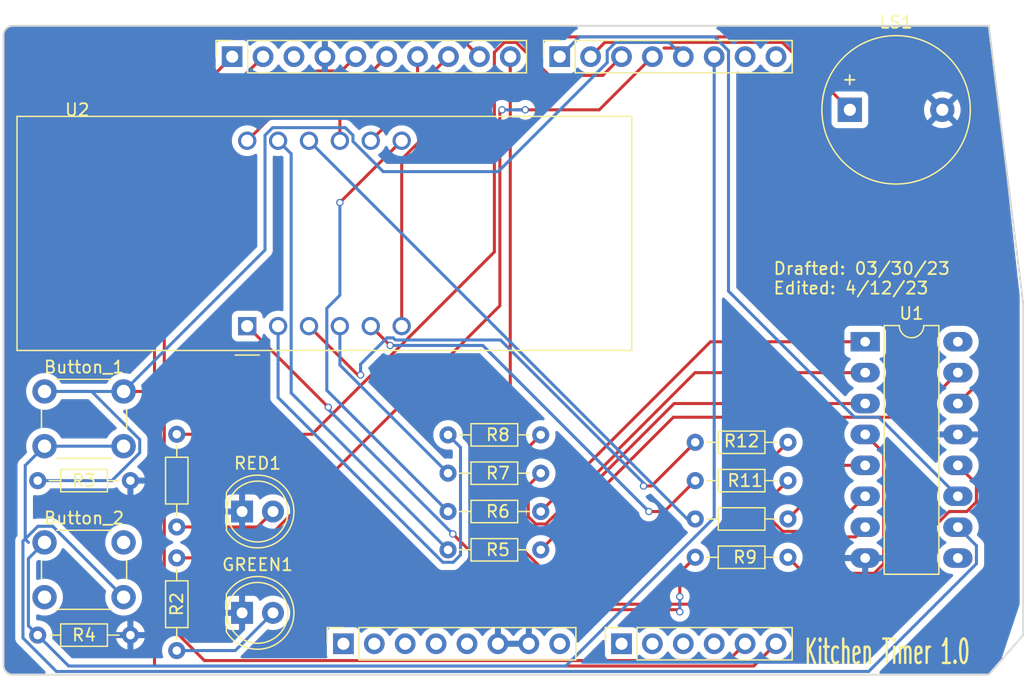
<source format=kicad_pcb>
(kicad_pcb (version 20221018) (generator pcbnew)
  (title_block (date "mar. 31 mars 2015"))
  (layers (0 "F.Cu" signal) (31 "B.Cu" signal) (34 "B.Paste" user) (35 "F.Paste" user) (36 "B.SilkS" user "B.Silkscreen") (37 "F.SilkS" user "F.Silkscreen") (38 "B.Mask" user) (39 "F.Mask" user) (44 "Edge.Cuts" user))
  (net 0 "")
  (net 1 "GND")
  (net 3 "+5V")
  (net 4 "/IOREF")
  (net 5 "/A0")
  (net 6 "/A1")
  (net 7 "/A2")
  (net 8 "/A3")
  (net 9 "/SDA{slash}A4")
  (net 10 "/SCL{slash}A5")
  (net 11 "Net-(GREEN1-A)")
  (net 12 "D1")
  (net 13 "/AREF")
  (net 14 "D2")
  (net 15 "D3")
  (net 16 "D4")
  (net 17 "DS")
  (net 18 "ST_CP")
  (net 19 "RED_LED")
  (net 20 "SH_CP")
  (net 21 "Alarm")
  (net 22 "GREEN_LED")
  (net 23 "/TX{slash}1")
  (net 24 "/RX{slash}0")
  (net 25 "+3V3")
  (net 26 "VCC")
  (net 27 "/~{RESET}")
  (net 28 "Net-(RED1-A)")
  (net 29 "Net-(U2-e)")
  (net 30 "Net-(U2-d)")
  (net 31 "Net-(U2-DPX)")
  (net 32 "Net-(U2-c)")
  (net 33 "Net-(U2-g)")
  (net 34 "Net-(U2-b)")
  (net 35 "Net-(U2-f)")
  (net 36 "Net-(U2-a)")
  (net 37 "VDC")
  (net 38 "a")
  (net 39 "b")
  (net 40 "c")
  (net 41 "d")
  (net 42 "e")
  (net 43 "f")
  (net 44 "g")
  (net 45 "dp")
  (net 47 "Button_1")
  (net 48 "Button_2")
  (footprint "Connector_PinSocket_2.54mm:PinSocket_1x08_P2.54mm_Vertical" (layer "F.Cu") (at 127.94 97.46 90)
    (fp_text reference "J1" hide)
    (fp_text value "Power")
    (fp_line (start -1.33 1.27) (end -1.33 19.11) (stroke (width 0.12)) (layer "F.SilkS"))
    (fp_line (start -1.33 1.27) (end 1.33 1.27) (stroke (width 0.12)) (layer "F.SilkS"))
    (fp_line (start -1.33 19.11) (end 1.33 19.11) (stroke (width 0.12)) (layer "F.SilkS"))
    (fp_line (start 0 -1.33) (end 1.33 -1.33) (stroke (width 0.12)) (layer "F.SilkS"))
    (fp_line (start 1.33 -1.33) (end 1.33 0) (stroke (width 0.12)) (layer "F.SilkS"))
    (fp_line (start 1.33 1.27) (end 1.33 19.11) (stroke (width 0.12)) (layer "F.SilkS"))
    (pad "1" thru_hole rect locked (at 0 0 90) (size 1.7 1.7) (drill 1) (layers "*.Cu" "*.Mask"))
    (pad "2" thru_hole oval locked (at 0 2.54 90) (size 1.7 1.7) (drill 1) (layers "*.Cu" "*.Mask") (net 4 "/IOREF"))
    (pad "3" thru_hole oval locked (at 0 5.08 90) (size 1.7 1.7) (drill 1) (layers "*.Cu" "*.Mask") (net 27 "/~{RESET}"))
    (pad "4" thru_hole oval locked (at 0 7.62 90) (size 1.7 1.7) (drill 1) (layers "*.Cu" "*.Mask") (net 25 "+3V3"))
    (pad "5" thru_hole oval locked (at 0 10.16 90) (size 1.7 1.7) (drill 1) (layers "*.Cu" "*.Mask") (net 3 "+5V"))
    (pad "6" thru_hole oval locked (at 0 12.7 90) (size 1.7 1.7) (drill 1) (layers "*.Cu" "*.Mask") (net 1 "GND"))
    (pad "7" thru_hole oval locked (at 0 15.24 90) (size 1.7 1.7) (drill 1) (layers "*.Cu" "*.Mask") (net 1 "GND"))
    (pad "8" thru_hole oval locked (at 0 17.78 90) (size 1.7 1.7) (drill 1) (layers "*.Cu" "*.Mask") (net 26 "VCC"))
  )
  (footprint "Connector_PinSocket_2.54mm:PinSocket_1x06_P2.54mm_Vertical" (layer "F.Cu") (at 150.8 97.46 90)
    (fp_text reference "J3" hide)
    (fp_text value "Analog")
    (fp_line (start -1.33 1.27) (end -1.33 14.03) (stroke (width 0.12)) (layer "F.SilkS"))
    (fp_line (start -1.33 1.27) (end 1.33 1.27) (stroke (width 0.12)) (layer "F.SilkS"))
    (fp_line (start -1.33 14.03) (end 1.33 14.03) (stroke (width 0.12)) (layer "F.SilkS"))
    (fp_line (start 0 -1.33) (end 1.33 -1.33) (stroke (width 0.12)) (layer "F.SilkS"))
    (fp_line (start 1.33 -1.33) (end 1.33 0) (stroke (width 0.12)) (layer "F.SilkS"))
    (fp_line (start 1.33 1.27) (end 1.33 14.03) (stroke (width 0.12)) (layer "F.SilkS"))
    (pad "1" thru_hole rect locked (at 0 0 90) (size 1.7 1.7) (drill 1) (layers "*.Cu" "*.Mask") (net 5 "/A0"))
    (pad "2" thru_hole oval locked (at 0 2.54 90) (size 1.7 1.7) (drill 1) (layers "*.Cu" "*.Mask") (net 6 "/A1"))
    (pad "3" thru_hole oval locked (at 0 5.08 90) (size 1.7 1.7) (drill 1) (layers "*.Cu" "*.Mask") (net 7 "/A2"))
    (pad "4" thru_hole oval locked (at 0 7.62 90) (size 1.7 1.7) (drill 1) (layers "*.Cu" "*.Mask") (net 8 "/A3"))
    (pad "5" thru_hole oval locked (at 0 10.16 90) (size 1.7 1.7) (drill 1) (layers "*.Cu" "*.Mask") (net 9 "/SDA{slash}A4"))
    (pad "6" thru_hole oval locked (at 0 12.7 90) (size 1.7 1.7) (drill 1) (layers "*.Cu" "*.Mask") (net 10 "/SCL{slash}A5"))
  )
  (footprint "Connector_PinSocket_2.54mm:PinSocket_1x10_P2.54mm_Vertical" (layer "F.Cu") (at 118.796 49.2 90)
    (fp_text reference "J2" hide)
    (fp_text value "Digital/PWM")
    (fp_line (start -1.33 1.27) (end -1.33 24.19) (stroke (width 0.12)) (layer "F.SilkS"))
    (fp_line (start -1.33 1.27) (end 1.33 1.27) (stroke (width 0.12)) (layer "F.SilkS"))
    (fp_line (start -1.33 24.19) (end 1.33 24.19) (stroke (width 0.12)) (layer "F.SilkS"))
    (fp_line (start 0 -1.33) (end 1.33 -1.33) (stroke (width 0.12)) (layer "F.SilkS"))
    (fp_line (start 1.33 -1.33) (end 1.33 0) (stroke (width 0.12)) (layer "F.SilkS"))
    (fp_line (start 1.33 1.27) (end 1.33 24.19) (stroke (width 0.12)) (layer "F.SilkS"))
    (pad "1" thru_hole rect locked (at 0 0 90) (size 1.7 1.7) (drill 1) (layers "*.Cu" "*.Mask") (net 10 "/SCL{slash}A5"))
    (pad "2" thru_hole oval locked (at 0 2.54 90) (size 1.7 1.7) (drill 1) (layers "*.Cu" "*.Mask") (net 9 "/SDA{slash}A4"))
    (pad "3" thru_hole oval locked (at 0 5.08 90) (size 1.7 1.7) (drill 1) (layers "*.Cu" "*.Mask") (net 13 "/AREF"))
    (pad "4" thru_hole oval locked (at 0 7.62 90) (size 1.7 1.7) (drill 1) (layers "*.Cu" "*.Mask") (net 1 "GND"))
    (pad "5" thru_hole oval locked (at 0 10.16 90) (size 1.7 1.7) (drill 1) (layers "*.Cu" "*.Mask") (net 12 "D1"))
    (pad "6" thru_hole oval locked (at 0 12.7 90) (size 1.7 1.7) (drill 1) (layers "*.Cu" "*.Mask") (net 14 "D2"))
    (pad "7" thru_hole oval locked (at 0 15.24 90) (size 1.7 1.7) (drill 1) (layers "*.Cu" "*.Mask") (net 15 "D3"))
    (pad "8" thru_hole oval locked (at 0 17.78 90) (size 1.7 1.7) (drill 1) (layers "*.Cu" "*.Mask") (net 16 "D4"))
    (pad "9" thru_hole oval locked (at 0 20.32 90) (size 1.7 1.7) (drill 1) (layers "*.Cu" "*.Mask") (net 17 "DS"))
    (pad "10" thru_hole oval locked (at 0 22.86 90) (size 1.7 1.7) (drill 1) (layers "*.Cu" "*.Mask") (net 18 "ST_CP"))
  )
  (footprint "Connector_PinSocket_2.54mm:PinSocket_1x08_P2.54mm_Vertical" (layer "F.Cu") (at 145.72 49.2 90)
    (fp_text reference "J4" hide)
    (fp_text value "Digital/PWM")
    (fp_line (start -1.33 1.27) (end -1.33 19.11) (stroke (width 0.12)) (layer "F.SilkS"))
    (fp_line (start -1.33 1.27) (end 1.33 1.27) (stroke (width 0.12)) (layer "F.SilkS"))
    (fp_line (start -1.33 19.11) (end 1.33 19.11) (stroke (width 0.12)) (layer "F.SilkS"))
    (fp_line (start 0 -1.33) (end 1.33 -1.33) (stroke (width 0.12)) (layer "F.SilkS"))
    (fp_line (start 1.33 -1.33) (end 1.33 0) (stroke (width 0.12)) (layer "F.SilkS"))
    (fp_line (start 1.33 1.27) (end 1.33 19.11) (stroke (width 0.12)) (layer "F.SilkS"))
    (pad "1" thru_hole rect locked (at 0 0 90) (size 1.7 1.7) (drill 1) (layers "*.Cu" "*.Mask") (net 20 "SH_CP"))
    (pad "2" thru_hole oval locked (at 0 2.54 90) (size 1.7 1.7) (drill 1) (layers "*.Cu" "*.Mask") (net 21 "Alarm"))
    (pad "3" thru_hole oval locked (at 0 5.08 90) (size 1.7 1.7) (drill 1) (layers "*.Cu" "*.Mask") (net 19 "RED_LED"))
    (pad "4" thru_hole oval locked (at 0 7.62 90) (size 1.7 1.7) (drill 1) (layers "*.Cu" "*.Mask") (net 22 "GREEN_LED"))
    (pad "5" thru_hole oval locked (at 0 10.16 90) (size 1.7 1.7) (drill 1) (layers "*.Cu" "*.Mask") (net 47 "Button_1"))
    (pad "6" thru_hole oval locked (at 0 12.7 90) (size 1.7 1.7) (drill 1) (layers "*.Cu" "*.Mask") (net 48 "Button_2"))
    (pad "7" thru_hole oval locked (at 0 15.24 90) (size 1.7 1.7) (drill 1) (layers "*.Cu" "*.Mask") (net 23 "/TX{slash}1"))
    (pad "8" thru_hole oval locked (at 0 17.78 90) (size 1.7 1.7) (drill 1) (layers "*.Cu" "*.Mask") (net 24 "/RX{slash}0"))
  )
  (footprint "Resistor_THT:R_Axial_DIN0204_L3.6mm_D1.6mm_P7.62mm_Horizontal" (layer "F.Cu") (at 164.48 84.05 180)
    (fp_text reference "R11" (at 3.52 0) (layer "F.SilkS"))
    (fp_text value "100")
    (fp_line (start 0.94 0) (end 1.89 0) (stroke (width 0.12)) (layer "F.SilkS"))
    (fp_line (start 1.89 -0.92) (end 1.89 0.92) (stroke (width 0.12)) (layer "F.SilkS"))
    (fp_line (start 1.89 0.92) (end 5.73 0.92) (stroke (width 0.12)) (layer "F.SilkS"))
    (fp_line (start 5.73 -0.92) (end 1.89 -0.92) (stroke (width 0.12)) (layer "F.SilkS"))
    (fp_line (start 5.73 0.92) (end 5.73 -0.92) (stroke (width 0.12)) (layer "F.SilkS"))
    (fp_line (start 6.68 0) (end 5.73 0) (stroke (width 0.12)) (layer "F.SilkS"))
    (pad "1" thru_hole circle (at 0 0 180) (size 1.4 1.4) (drill 0.7) (layers "*.Cu" "*.Mask") (net 44 "g"))
    (pad "2" thru_hole oval (at 7.62 0 180) (size 1.4 1.4) (drill 0.7) (layers "*.Cu" "*.Mask") (net 33 "Net-(U2-g)"))
  )
  (footprint "Resistor_THT:R_Axial_DIN0204_L3.6mm_D1.6mm_P7.62mm_Horizontal" (layer "F.Cu") (at 164.48 90.35 180)
    (fp_text reference "R9" (at 3.52 0) (layer "F.SilkS"))
    (fp_text value "100")
    (fp_line (start 0.94 0) (end 1.89 0) (stroke (width 0.12)) (layer "F.SilkS"))
    (fp_line (start 1.89 -0.92) (end 1.89 0.92) (stroke (width 0.12)) (layer "F.SilkS"))
    (fp_line (start 1.89 0.92) (end 5.73 0.92) (stroke (width 0.12)) (layer "F.SilkS"))
    (fp_line (start 5.73 -0.92) (end 1.89 -0.92) (stroke (width 0.12)) (layer "F.SilkS"))
    (fp_line (start 5.73 0.92) (end 5.73 -0.92) (stroke (width 0.12)) (layer "F.SilkS"))
    (fp_line (start 6.68 0) (end 5.73 0) (stroke (width 0.12)) (layer "F.SilkS"))
    (pad "1" thru_hole circle (at 0 0 180) (size 1.4 1.4) (drill 0.7) (layers "*.Cu" "*.Mask") (net 42 "e"))
    (pad "2" thru_hole oval (at 7.62 0 180) (size 1.4 1.4) (drill 0.7) (layers "*.Cu" "*.Mask") (net 29 "Net-(U2-e)"))
  )
  (footprint "Resistor_THT:R_Axial_DIN0204_L3.6mm_D1.6mm_P7.62mm_Horizontal" (layer "F.Cu") (at 102.81 84.05)
    (fp_text reference "R3" (at 3.81 0) (layer "F.SilkS"))
    (fp_text value "10k")
    (fp_line (start 0.94 0) (end 1.89 0) (stroke (width 0.12)) (layer "F.SilkS"))
    (fp_line (start 1.89 -0.92) (end 1.89 0.92) (stroke (width 0.12)) (layer "F.SilkS"))
    (fp_line (start 1.89 0.92) (end 5.73 0.92) (stroke (width 0.12)) (layer "F.SilkS"))
    (fp_line (start 5.73 -0.92) (end 1.89 -0.92) (stroke (width 0.12)) (layer "F.SilkS"))
    (fp_line (start 5.73 0.92) (end 5.73 -0.92) (stroke (width 0.12)) (layer "F.SilkS"))
    (fp_line (start 6.68 0) (end 5.73 0) (stroke (width 0.12)) (layer "F.SilkS"))
    (pad "1" thru_hole circle (at 0 0) (size 1.4 1.4) (drill 0.7) (layers "*.Cu" "*.Mask") (net 47 "Button_1"))
    (pad "2" thru_hole oval (at 7.62 0) (size 1.4 1.4) (drill 0.7) (layers "*.Cu" "*.Mask") (net 1 "GND"))
  )
  (footprint "Resistor_THT:R_Axial_DIN0204_L3.6mm_D1.6mm_P7.62mm_Horizontal" (layer "F.Cu") (at 114.24 80.24 -90)
    (fp_text reference "R1" hide)
    (fp_text value "330")
    (fp_line (start 0.94 0) (end 1.89 0) (stroke (width 0.12)) (layer "F.SilkS"))
    (fp_line (start 1.89 -0.92) (end 1.89 0.92) (stroke (width 0.12)) (layer "F.SilkS"))
    (fp_line (start 1.89 0.92) (end 5.73 0.92) (stroke (width 0.12)) (layer "F.SilkS"))
    (fp_line (start 5.73 -0.92) (end 1.89 -0.92) (stroke (width 0.12)) (layer "F.SilkS"))
    (fp_line (start 5.73 0.92) (end 5.73 -0.92) (stroke (width 0.12)) (layer "F.SilkS"))
    (fp_line (start 6.68 0) (end 5.73 0) (stroke (width 0.12)) (layer "F.SilkS"))
    (pad "1" thru_hole circle (at 0 0 270) (size 1.4 1.4) (drill 0.7) (layers "*.Cu" "*.Mask") (net 19 "RED_LED"))
    (pad "2" thru_hole oval (at 7.62 0 270) (size 1.4 1.4) (drill 0.7) (layers "*.Cu" "*.Mask") (net 28 "Net-(RED1-A)"))
  )
  (footprint "Button_Switch_THT:SW_PUSH_6mm" (layer "F.Cu") (at 103.37 89.13)
    (fp_text reference "Button_2" (at 3.25 -2) (layer "F.SilkS"))
    (fp_text value "SW_Push")
    (fp_line (start -0.25 1.5) (end -0.25 3) (stroke (width 0.12)) (layer "F.SilkS"))
    (fp_line (start 1 5.5) (end 5.5 5.5) (stroke (width 0.12)) (layer "F.SilkS"))
    (fp_line (start 5.5 -1) (end 1 -1) (stroke (width 0.12)) (layer "F.SilkS"))
    (fp_line (start 6.75 3) (end 6.75 1.5) (stroke (width 0.12)) (layer "F.SilkS"))
    (pad "1" thru_hole circle (at 0 0 90) (size 2 2) (drill 1.1) (layers "*.Cu" "*.Mask") (net 48 "Button_2"))
    (pad "1" thru_hole circle (at 6.5 0 90) (size 2 2) (drill 1.1) (layers "*.Cu" "*.Mask") (net 48 "Button_2"))
    (pad "2" thru_hole circle (at 0 4.5 90) (size 2 2) (drill 1.1) (layers "*.Cu" "*.Mask") (net 37 "VDC"))
    (pad "2" thru_hole circle (at 6.5 4.5 90) (size 2 2) (drill 1.1) (layers "*.Cu" "*.Mask") (net 37 "VDC"))
  )
  (footprint "Resistor_THT:R_Axial_DIN0204_L3.6mm_D1.6mm_P7.62mm_Horizontal" (layer "F.Cu") (at 114.24 90.4 -90)
    (fp_text reference "R2" (at 3.81 0 90) (layer "F.SilkS"))
    (fp_text value "330")
    (fp_line (start 0.94 0) (end 1.89 0) (stroke (width 0.12)) (layer "F.SilkS"))
    (fp_line (start 1.89 -0.92) (end 1.89 0.92) (stroke (width 0.12)) (layer "F.SilkS"))
    (fp_line (start 1.89 0.92) (end 5.73 0.92) (stroke (width 0.12)) (layer "F.SilkS"))
    (fp_line (start 5.73 -0.92) (end 1.89 -0.92) (stroke (width 0.12)) (layer "F.SilkS"))
    (fp_line (start 5.73 0.92) (end 5.73 -0.92) (stroke (width 0.12)) (layer "F.SilkS"))
    (fp_line (start 6.68 0) (end 5.73 0) (stroke (width 0.12)) (layer "F.SilkS"))
    (pad "1" thru_hole circle (at 0 0 270) (size 1.4 1.4) (drill 0.7) (layers "*.Cu" "*.Mask") (net 22 "GREEN_LED"))
    (pad "2" thru_hole oval (at 7.62 0 270) (size 1.4 1.4) (drill 0.7) (layers "*.Cu" "*.Mask") (net 11 "Net-(GREEN1-A)"))
  )
  (footprint "LED_THT:LED_D5.0mm" (layer "F.Cu") (at 119.61 86.59)
    (fp_text reference "RED1" (at 1.27 -3.96) (layer "F.SilkS"))
    (fp_text value "LED")
    (fp_line (start -1.29 -1.545) (end -1.29 1.545) (stroke (width 0.12)) (layer "F.SilkS"))
    (fp_arc (start -1.29 -1.54483) (mid 2.072002 -2.880433) (end 4.26 0.000462) (stroke (width 0.12)) (layer "F.SilkS"))
    (fp_arc (start 4.26 -0.000462) (mid 2.072002 2.880433) (end -1.29 1.54483) (stroke (width 0.12)) (layer "F.SilkS"))
    (fp_circle (center 1.27 0) (end 3.77 0) (stroke (width 0.12)) (fill none) (layer "F.SilkS"))
    (pad "1" thru_hole rect (at 0 0) (size 1.8 1.8) (drill 0.9) (layers "*.Cu" "*.Mask") (net 1 "GND"))
    (pad "2" thru_hole circle (at 2.54 0) (size 1.8 1.8) (drill 0.9) (layers "*.Cu" "*.Mask") (net 28 "Net-(RED1-A)"))
  )
  (footprint "Resistor_THT:R_Axial_DIN0204_L3.6mm_D1.6mm_P7.62mm_Horizontal" (layer "F.Cu") (at 144.16 80.29 180)
    (fp_text reference "R8" (at 3.52 0) (layer "F.SilkS"))
    (fp_text value "100")
    (fp_line (start 0.94 0) (end 1.89 0) (stroke (width 0.12)) (layer "F.SilkS"))
    (fp_line (start 1.89 -0.92) (end 1.89 0.92) (stroke (width 0.12)) (layer "F.SilkS"))
    (fp_line (start 1.89 0.92) (end 5.73 0.92) (stroke (width 0.12)) (layer "F.SilkS"))
    (fp_line (start 5.73 -0.92) (end 1.89 -0.92) (stroke (width 0.12)) (layer "F.SilkS"))
    (fp_line (start 5.73 0.92) (end 5.73 -0.92) (stroke (width 0.12)) (layer "F.SilkS"))
    (fp_line (start 6.68 0) (end 5.73 0) (stroke (width 0.12)) (layer "F.SilkS"))
    (pad "1" thru_hole circle (at 0 0 180) (size 1.4 1.4) (drill 0.7) (layers "*.Cu" "*.Mask") (net 41 "d"))
    (pad "2" thru_hole oval (at 7.62 0 180) (size 1.4 1.4) (drill 0.7) (layers "*.Cu" "*.Mask") (net 30 "Net-(U2-d)"))
  )
  (footprint "Resistor_THT:R_Axial_DIN0204_L3.6mm_D1.6mm_P7.62mm_Horizontal" (layer "F.Cu") (at 164.48 87.2 180)
    (fp_text reference "R10" hide)
    (fp_text value "100")
    (fp_line (start 0.94 0) (end 1.89 0) (stroke (width 0.12)) (layer "F.SilkS"))
    (fp_line (start 1.89 -0.92) (end 1.89 0.92) (stroke (width 0.12)) (layer "F.SilkS"))
    (fp_line (start 1.89 0.92) (end 5.73 0.92) (stroke (width 0.12)) (layer "F.SilkS"))
    (fp_line (start 5.73 -0.92) (end 1.89 -0.92) (stroke (width 0.12)) (layer "F.SilkS"))
    (fp_line (start 5.73 0.92) (end 5.73 -0.92) (stroke (width 0.12)) (layer "F.SilkS"))
    (fp_line (start 6.68 0) (end 5.73 0) (stroke (width 0.12)) (layer "F.SilkS"))
    (pad "1" thru_hole circle (at 0 0 180) (size 1.4 1.4) (drill 0.7) (layers "*.Cu" "*.Mask") (net 43 "f"))
    (pad "2" thru_hole oval (at 7.62 0 180) (size 1.4 1.4) (drill 0.7) (layers "*.Cu" "*.Mask") (net 35 "Net-(U2-f)"))
  )
  (footprint "Package_DIP:DIP-16_W7.62mm_LongPads" (layer "F.Cu") (at 170.83 72.635)
    (fp_text reference "U1" (at 3.81 -2.33) (layer "F.SilkS"))
    (fp_text value "74AHC595")
    (fp_line (start 1.56 -1.33) (end 1.56 19.11) (stroke (width 0.12)) (layer "F.SilkS"))
    (fp_line (start 1.56 19.11) (end 6.06 19.11) (stroke (width 0.12)) (layer "F.SilkS"))
    (fp_line (start 2.81 -1.33) (end 1.56 -1.33) (stroke (width 0.12)) (layer "F.SilkS"))
    (fp_line (start 6.06 -1.33) (end 4.81 -1.33) (stroke (width 0.12)) (layer "F.SilkS"))
    (fp_line (start 6.06 19.11) (end 6.06 -1.33) (stroke (width 0.12)) (layer "F.SilkS"))
    (fp_arc (start 4.81 -1.33) (mid 3.81 -0.33) (end 2.81 -1.33) (stroke (width 0.12)) (layer "F.SilkS"))
    (pad "1" thru_hole rect (at 0 0) (size 2.4 1.6) (drill 0.8) (layers "*.Cu" "*.Mask") (net 39 "b"))
    (pad "2" thru_hole oval (at 0 2.54) (size 2.4 1.6) (drill 0.8) (layers "*.Cu" "*.Mask") (net 40 "c"))
    (pad "3" thru_hole oval (at 0 5.08) (size 2.4 1.6) (drill 0.8) (layers "*.Cu" "*.Mask") (net 41 "d"))
    (pad "4" thru_hole oval (at 0 7.62) (size 2.4 1.6) (drill 0.8) (layers "*.Cu" "*.Mask") (net 42 "e"))
    (pad "5" thru_hole oval (at 0 10.16) (size 2.4 1.6) (drill 0.8) (layers "*.Cu" "*.Mask") (net 43 "f"))
    (pad "6" thru_hole oval (at 0 12.7) (size 2.4 1.6) (drill 0.8) (layers "*.Cu" "*.Mask") (net 44 "g"))
    (pad "7" thru_hole oval (at 0 15.24) (size 2.4 1.6) (drill 0.8) (layers "*.Cu" "*.Mask") (net 45 "dp"))
    (pad "8" thru_hole oval (at 0 17.78) (size 2.4 1.6) (drill 0.8) (layers "*.Cu" "*.Mask") (net 1 "GND"))
    (pad "9" thru_hole oval (at 7.62 17.78) (size 2.4 1.6) (drill 0.8) (layers "*.Cu" "*.Mask"))
    (pad "10" thru_hole oval (at 7.62 15.24) (size 2.4 1.6) (drill 0.8) (layers "*.Cu" "*.Mask") (net 37 "VDC"))
    (pad "11" thru_hole oval (at 7.62 12.7) (size 2.4 1.6) (drill 0.8) (layers "*.Cu" "*.Mask") (net 20 "SH_CP"))
    (pad "12" thru_hole oval (at 7.62 10.16) (size 2.4 1.6) (drill 0.8) (layers "*.Cu" "*.Mask") (net 18 "ST_CP"))
    (pad "13" thru_hole oval (at 7.62 7.62) (size 2.4 1.6) (drill 0.8) (layers "*.Cu" "*.Mask") (net 1 "GND"))
    (pad "14" thru_hole oval (at 7.62 5.08) (size 2.4 1.6) (drill 0.8) (layers "*.Cu" "*.Mask") (net 17 "DS"))
    (pad "15" thru_hole oval (at 7.62 2.54) (size 2.4 1.6) (drill 0.8) (layers "*.Cu" "*.Mask") (net 38 "a"))
    (pad "16" thru_hole oval (at 7.62 0) (size 2.4 1.6) (drill 0.8) (layers "*.Cu" "*.Mask") (net 37 "VDC"))
  )
  (footprint "Resistor_THT:R_Axial_DIN0204_L3.6mm_D1.6mm_P7.62mm_Horizontal" (layer "F.Cu") (at 144.16 83.44 180)
    (fp_text reference "R7" (at 3.52 0) (layer "F.SilkS"))
    (fp_text value "100")
    (fp_line (start 0.94 0) (end 1.89 0) (stroke (width 0.12)) (layer "F.SilkS"))
    (fp_line (start 1.89 -0.92) (end 1.89 0.92) (stroke (width 0.12)) (layer "F.SilkS"))
    (fp_line (start 1.89 0.92) (end 5.73 0.92) (stroke (width 0.12)) (layer "F.SilkS"))
    (fp_line (start 5.73 -0.92) (end 1.89 -0.92) (stroke (width 0.12)) (layer "F.SilkS"))
    (fp_line (start 5.73 0.92) (end 5.73 -0.92) (stroke (width 0.12)) (layer "F.SilkS"))
    (fp_line (start 6.68 0) (end 5.73 0) (stroke (width 0.12)) (layer "F.SilkS"))
    (pad "1" thru_hole circle (at 0 0 180) (size 1.4 1.4) (drill 0.7) (layers "*.Cu" "*.Mask") (net 40 "c"))
    (pad "2" thru_hole oval (at 7.62 0 180) (size 1.4 1.4) (drill 0.7) (layers "*.Cu" "*.Mask") (net 32 "Net-(U2-c)"))
  )
  (footprint "Resistor_THT:R_Axial_DIN0204_L3.6mm_D1.6mm_P7.62mm_Horizontal" (layer "F.Cu") (at 144.16 86.59 180)
    (fp_text reference "R6" (at 3.52 0) (layer "F.SilkS"))
    (fp_text value "100")
    (fp_line (start 0.94 0) (end 1.89 0) (stroke (width 0.12)) (layer "F.SilkS"))
    (fp_line (start 1.89 -0.92) (end 1.89 0.92) (stroke (width 0.12)) (layer "F.SilkS"))
    (fp_line (start 1.89 0.92) (end 5.73 0.92) (stroke (width 0.12)) (layer "F.SilkS"))
    (fp_line (start 5.73 -0.92) (end 1.89 -0.92) (stroke (width 0.12)) (layer "F.SilkS"))
    (fp_line (start 5.73 0.92) (end 5.73 -0.92) (stroke (width 0.12)) (layer "F.SilkS"))
    (fp_line (start 6.68 0) (end 5.73 0) (stroke (width 0.12)) (layer "F.SilkS"))
    (pad "1" thru_hole circle (at 0 0 180) (size 1.4 1.4) (drill 0.7) (layers "*.Cu" "*.Mask") (net 39 "b"))
    (pad "2" thru_hole oval (at 7.62 0 180) (size 1.4 1.4) (drill 0.7) (layers "*.Cu" "*.Mask") (net 34 "Net-(U2-b)"))
  )
  (footprint "Resistor_THT:R_Axial_DIN0204_L3.6mm_D1.6mm_P7.62mm_Horizontal" (layer "F.Cu") (at 102.81 96.75)
    (fp_text reference "R4" (at 3.81 0) (layer "F.SilkS"))
    (fp_text value "10k")
    (fp_line (start 0.94 0) (end 1.89 0) (stroke (width 0.12)) (layer "F.SilkS"))
    (fp_line (start 1.89 -0.92) (end 1.89 0.92) (stroke (width 0.12)) (layer "F.SilkS"))
    (fp_line (start 1.89 0.92) (end 5.73 0.92) (stroke (width 0.12)) (layer "F.SilkS"))
    (fp_line (start 5.73 -0.92) (end 1.89 -0.92) (stroke (width 0.12)) (layer "F.SilkS"))
    (fp_line (start 5.73 0.92) (end 5.73 -0.92) (stroke (width 0.12)) (layer "F.SilkS"))
    (fp_line (start 6.68 0) (end 5.73 0) (stroke (width 0.12)) (layer "F.SilkS"))
    (pad "1" thru_hole circle (at 0 0) (size 1.4 1.4) (drill 0.7) (layers "*.Cu" "*.Mask") (net 48 "Button_2"))
    (pad "2" thru_hole oval (at 7.62 0) (size 1.4 1.4) (drill 0.7) (layers "*.Cu" "*.Mask") (net 1 "GND"))
  )
  (footprint "Display_7Segment:CA56-12EWA" (layer "F.Cu") (at 120.03 71.35 90)
    (fp_text reference "U2" (at 17.78 -13.97) (layer "F.SilkS"))
    (fp_text value "CA56-12EWA")
    (fp_line (start -2.38 -1) (end -2.38 1) (stroke (width 0.12)) (layer "F.SilkS"))
    (fp_line (start -2 -18.92) (end -2 31.62) (stroke (width 0.12)) (layer "F.SilkS"))
    (fp_line (start -2 -18.92) (end 17.24 -18.92) (stroke (width 0.12)) (layer "F.SilkS"))
    (fp_line (start -2 31.62) (end 17.24 31.62) (stroke (width 0.12)) (layer "F.SilkS"))
    (fp_line (start 17.24 31.62) (end 17.24 -18.92) (stroke (width 0.12)) (layer "F.SilkS"))
    (pad "1" thru_hole rect (at 0 0 90) (size 1.5 1.5) (drill 1) (layers "*.Cu" "*.Mask") (net 29 "Net-(U2-e)"))
    (pad "2" thru_hole circle (at 0 2.54 90) (size 1.5 1.5) (drill 1) (layers "*.Cu" "*.Mask") (net 30 "Net-(U2-d)"))
    (pad "3" thru_hole circle (at 0 5.08 90) (size 1.5 1.5) (drill 1) (layers "*.Cu" "*.Mask") (net 31 "Net-(U2-DPX)"))
    (pad "4" thru_hole circle (at 0 7.62 90) (size 1.5 1.5) (drill 1) (layers "*.Cu" "*.Mask") (net 32 "Net-(U2-c)"))
    (pad "5" thru_hole circle (at 0 10.16 90) (size 1.5 1.5) (drill 1) (layers "*.Cu" "*.Mask") (net 33 "Net-(U2-g)"))
    (pad "6" thru_hole circle (at 0 12.7 90) (size 1.5 1.5) (drill 1) (layers "*.Cu" "*.Mask") (net 16 "D4"))
    (pad "7" thru_hole circle (at 15.24 12.7 90) (size 1.5 1.5) (drill 1) (layers "*.Cu" "*.Mask") (net 34 "Net-(U2-b)"))
    (pad "8" thru_hole circle (at 15.24 10.16 90) (size 1.5 1.5) (drill 1) (layers "*.Cu" "*.Mask") (net 15 "D3"))
    (pad "9" thru_hole circle (at 15.24 7.62 90) (size 1.5 1.5) (drill 1) (layers "*.Cu" "*.Mask") (net 14 "D2"))
    (pad "10" thru_hole circle (at 15.24 5.08 90) (size 1.5 1.5) (drill 1) (layers "*.Cu" "*.Mask") (net 35 "Net-(U2-f)"))
    (pad "11" thru_hole circle (at 15.24 2.54 90) (size 1.5 1.5) (drill 1) (layers "*.Cu" "*.Mask") (net 36 "Net-(U2-a)"))
    (pad "12" thru_hole circle (at 15.24 0 90) (size 1.5 1.5) (drill 1) (layers "*.Cu" "*.Mask") (net 12 "D1"))
  )
  (footprint "Resistor_THT:R_Axial_DIN0204_L3.6mm_D1.6mm_P7.62mm_Horizontal" (layer "F.Cu") (at 164.48 80.9 180)
    (fp_text reference "R12" (at 3.81 0.1) (layer "F.SilkS"))
    (fp_text value "100")
    (fp_line (start 0.94 0) (end 1.89 0) (stroke (width 0.12)) (layer "F.SilkS"))
    (fp_line (start 1.89 -0.92) (end 1.89 0.92) (stroke (width 0.12)) (layer "F.SilkS"))
    (fp_line (start 1.89 0.92) (end 5.73 0.92) (stroke (width 0.12)) (layer "F.SilkS"))
    (fp_line (start 5.73 -0.92) (end 1.89 -0.92) (stroke (width 0.12)) (layer "F.SilkS"))
    (fp_line (start 5.73 0.92) (end 5.73 -0.92) (stroke (width 0.12)) (layer "F.SilkS"))
    (fp_line (start 6.68 0) (end 5.73 0) (stroke (width 0.12)) (layer "F.SilkS"))
    (pad "1" thru_hole circle (at 0 0 180) (size 1.4 1.4) (drill 0.7) (layers "*.Cu" "*.Mask") (net 45 "dp"))
    (pad "2" thru_hole oval (at 7.62 0 180) (size 1.4 1.4) (drill 0.7) (layers "*.Cu" "*.Mask") (net 31 "Net-(U2-DPX)"))
  )
  (footprint "LED_THT:LED_D5.0mm" (layer "F.Cu") (at 119.61 94.92)
    (fp_text reference "GREEN1" (at 1.27 -3.96) (layer "F.SilkS"))
    (fp_text value "LED")
    (fp_line (start -1.29 -1.545) (end -1.29 1.545) (stroke (width 0.12)) (layer "F.SilkS"))
    (fp_arc (start -1.29 -1.54483) (mid 2.072002 -2.880433) (end 4.26 0.000462) (stroke (width 0.12)) (layer "F.SilkS"))
    (fp_arc (start 4.26 -0.000462) (mid 2.072002 2.880433) (end -1.29 1.54483) (stroke (width 0.12)) (layer "F.SilkS"))
    (fp_circle (center 1.27 0) (end 3.77 0) (stroke (width 0.12)) (fill none) (layer "F.SilkS"))
    (pad "1" thru_hole rect (at 0 0) (size 1.8 1.8) (drill 0.9) (layers "*.Cu" "*.Mask") (net 1 "GND"))
    (pad "2" thru_hole circle (at 2.54 0) (size 1.8 1.8) (drill 0.9) (layers "*.Cu" "*.Mask") (net 11 "Net-(GREEN1-A)"))
  )
  (footprint "Resistor_THT:R_Axial_DIN0204_L3.6mm_D1.6mm_P7.62mm_Horizontal" (layer "F.Cu") (at 144.16 89.74 180)
    (fp_text reference "R5" (at 3.52 0) (layer "F.SilkS"))
    (fp_text value "100")
    (fp_line (start 0.94 0) (end 1.89 0) (stroke (width 0.12)) (layer "F.SilkS"))
    (fp_line (start 1.89 -0.92) (end 1.89 0.92) (stroke (width 0.12)) (layer "F.SilkS"))
    (fp_line (start 1.89 0.92) (end 5.73 0.92) (stroke (width 0.12)) (layer "F.SilkS"))
    (fp_line (start 5.73 -0.92) (end 1.89 -0.92) (stroke (width 0.12)) (layer "F.SilkS"))
    (fp_line (start 5.73 0.92) (end 5.73 -0.92) (stroke (width 0.12)) (layer "F.SilkS"))
    (fp_line (start 6.68 0) (end 5.73 0) (stroke (width 0.12)) (layer "F.SilkS"))
    (pad "1" thru_hole circle (at 0 0 180) (size 1.4 1.4) (drill 0.7) (layers "*.Cu" "*.Mask") (net 38 "a"))
    (pad "2" thru_hole oval (at 7.62 0 180) (size 1.4 1.4) (drill 0.7) (layers "*.Cu" "*.Mask") (net 36 "Net-(U2-a)"))
  )
  (footprint "Button_Switch_THT:SW_PUSH_6mm" (layer "F.Cu") (at 103.37 76.72)
    (fp_text reference "Button_1" (at 3.25 -2) (layer "F.SilkS"))
    (fp_text value "SW_Push")
    (fp_line (start -0.25 1.5) (end -0.25 3) (stroke (width 0.12)) (layer "F.SilkS"))
    (fp_line (start 1 5.5) (end 5.5 5.5) (stroke (width 0.12)) (layer "F.SilkS"))
    (fp_line (start 5.5 -1) (end 1 -1) (stroke (width 0.12)) (layer "F.SilkS"))
    (fp_line (start 6.75 3) (end 6.75 1.5) (stroke (width 0.12)) (layer "F.SilkS"))
    (pad "1" thru_hole circle (at 0 0 90) (size 2 2) (drill 1.1) (layers "*.Cu" "*.Mask") (net 47 "Button_1"))
    (pad "1" thru_hole circle (at 6.5 0 90) (size 2 2) (drill 1.1) (layers "*.Cu" "*.Mask") (net 47 "Button_1"))
    (pad "2" thru_hole circle (at 0 4.5 90) (size 2 2) (drill 1.1) (layers "*.Cu" "*.Mask") (net 37 "VDC"))
    (pad "2" thru_hole circle (at 6.5 4.5 90) (size 2 2) (drill 1.1) (layers "*.Cu" "*.Mask") (net 37 "VDC"))
  )
  (footprint "Buzzer_Beeper:Buzzer_12x9.5RM7.6" (layer "F.Cu") (at 169.57 53.57)
    (fp_text reference "LS1" (at 3.8 -7.2) (layer "F.SilkS"))
    (fp_text value "Speaker")
    (fp_text user "+" (at -0.01 -2.54) (layer "F.SilkS"))
    (fp_circle (center 3.8 0) (end 9.9 0) (stroke (width 0.12)) (fill none) (layer "F.SilkS"))
    (pad "1" thru_hole rect (at 0 0) (size 2 2) (drill 1) (layers "*.Cu" "*.Mask") (net 21 "Alarm"))
    (pad "2" thru_hole circle (at 7.6 0) (size 2 2) (drill 1) (layers "*.Cu" "*.Mask") (net 1 "GND"))
  )
  (gr_line (start 100 99.238) (end 100 47.422) (stroke (width 0.15)) (layer "Edge.Cuts"))
  (gr_line (start 183.82 96.75) (end 180.99 100) (stroke (width 0.15)) (layer "Edge.Cuts"))
  (gr_line (start 180.99 100) (end 100.762 100) (stroke (width 0.15)) (layer "Edge.Cuts"))
  (gr_line (start 100.762 46.66) (end 163.5 46.66) (stroke (width 0.15)) (layer "Edge.Cuts"))
  (gr_arc (start 100.762 100) (mid 100.223185 99.776815) (end 100 99.238) (stroke (width 0.15)) (layer "Edge.Cuts"))
  (gr_line (start 163.5 46.66) (end 180.99 46.66) (stroke (width 0.15)) (layer "Edge.Cuts"))
  (gr_line (start 183.82 69.52) (end 183.82 96.75) (stroke (width 0.15)) (layer "Edge.Cuts"))
  (gr_line (start 183.82 69.52) (end 180.99 46.66) (stroke (width 0.15)) (layer "Edge.Cuts"))
  (gr_arc (start 100 47.422) (mid 100.223185 46.883185) (end 100.762 46.66) (stroke (width 0.15)) (layer "Edge.Cuts"))
  (gr_text "Drafted: 03/30/23\nEdited: 4/12/23" (at 163.21 68.81) (layer "F.SilkS") (effects (font (size 1 1)) (justify left bottom)))
  (gr_text "Kitchen Timer 1.0" (at 165.75 99.29) (layer "F.SilkS") (effects (font (size 2 1) (thickness 0.2) bold) (justify left bottom)))
  (segment (start 121.336 49.2) (end 113.215 57.321) (width 0.25) (layer "F.Cu") (net 9))
  (segment (start 116.509569 98.84) (end 159.58 98.84) (width 0.25) (layer "F.Cu") (net 9))
  (segment (start 113.215 95.545431) (end 116.509569 98.84) (width 0.25) (layer "F.Cu") (net 9))
  (segment (start 113.215 57.321) (end 113.215 95.545431) (width 0.25) (layer "F.Cu") (net 9))
  (segment (start 159.58 98.84) (end 160.96 97.46) (width 0.25) (layer "F.Cu") (net 9))
  (segment (start 112.41 99.29) (end 161.67 99.29) (width 0.25) (layer "F.Cu") (net 10))
  (segment (start 161.67 99.29) (end 163.5 97.46) (width 0.25) (layer "F.Cu") (net 10))
  (segment (start 118.796 49.2) (end 112.41 55.586) (width 0.25) (layer "F.Cu") (net 10))
  (segment (start 112.41 55.586) (end 112.41 99.29) (width 0.25) (layer "F.Cu") (net 10))
  (segment (start 119.05 98.02) (end 122.15 94.92) (width 0.25) (layer "B.Cu") (net 11))
  (segment (start 114.24 98.02) (end 119.05 98.02) (width 0.25) (layer "B.Cu") (net 11))
  (segment (start 125.765 50.375) (end 127.781 50.375) (width 0.25) (layer "F.Cu") (net 12))
  (segment (start 127.781 50.375) (end 128.956 49.2) (width 0.25) (layer "F.Cu") (net 12))
  (segment (start 120.03 56.11) (end 125.765 50.375) (width 0.25) (layer "F.Cu") (net 12))
  (segment (start 131.496 49.2) (end 127.65 53.046) (width 0.25) (layer "F.Cu") (net 14))
  (segment (start 127.65 53.046) (end 127.65 56.11) (width 0.25) (layer "F.Cu") (net 14))
  (segment (start 134.036 52.264) (end 134.036 49.2) (width 0.25) (layer "F.Cu") (net 15))
  (segment (start 130.19 56.11) (end 134.036 52.264) (width 0.25) (layer "F.Cu") (net 15))
  (segment (start 134.486 55.87428) (end 132.73 57.63028) (width 0.25) (layer "F.Cu") (net 16))
  (segment (start 136.576 49.2) (end 134.486 51.29) (width 0.25) (layer "F.Cu") (net 16))
  (segment (start 132.73 57.63028) (end 132.73 71.35) (width 0.25) (layer "F.Cu") (net 16))
  (segment (start 134.486 51.29) (end 134.486 55.87428) (width 0.25) (layer "F.Cu") (net 16))
  (segment (start 137.81 47.894) (end 137.81 47.575) (width 0.25) (layer "F.Cu") (net 17))
  (segment (start 137.81 47.575) (end 177.535 47.575) (width 0.25) (layer "F.Cu") (net 17))
  (segment (start 180.99 75.175) (end 178.45 77.715) (width 0.25) (layer "F.Cu") (net 17))
  (segment (start 177.535 47.575) (end 178.45 48.49) (width 0.25) (layer "F.Cu") (net 17))
  (segment (start 178.45 48.49) (end 178.45 50.436167) (width 0.25) (layer "F.Cu") (net 17))
  (segment (start 139.116 49.2) (end 137.81 47.894) (width 0.25) (layer "F.Cu") (net 17))
  (segment (start 178.45 50.436167) (end 180.99 52.976167) (width 0.25) (layer "F.Cu") (net 17))
  (segment (start 180.99 52.976167) (end 180.99 75.175) (width 0.25) (layer "F.Cu") (net 17))
  (segment (start 147.180431 94.21) (end 170.12401 94.21) (width 0.25) (layer "F.Cu") (net 18))
  (segment (start 179.975 85.80099) (end 179.975 84.32) (width 0.25) (layer "F.Cu") (net 18))
  (segment (start 141.656 49.2) (end 141.656 88.685569) (width 0.25) (layer "F.Cu") (net 18))
  (segment (start 177.74401 86.59) (end 179.18599 86.59) (width 0.25) (layer "F.Cu") (net 18))
  (segment (start 170.12401 94.21) (end 177.74401 86.59) (width 0.25) (layer "F.Cu") (net 18))
  (segment (start 179.975 84.32) (end 178.45 82.795) (width 0.25) (layer "F.Cu") (net 18))
  (segment (start 179.18599 86.59) (end 179.975 85.80099) (width 0.25) (layer "F.Cu") (net 18))
  (segment (start 141.656 88.685569) (end 147.180431 94.21) (width 0.25) (layer "F.Cu") (net 18))
  (segment (start 125.36028 80.24) (end 114.24 80.24) (width 0.25) (layer "F.Cu") (net 19))
  (segment (start 140.35 65.25028) (end 125.36028 80.24) (width 0.25) (layer "F.Cu") (net 19))
  (segment (start 149.26 50.74) (end 144.857701 50.74) (width 0.25) (layer "F.Cu") (net 19))
  (segment (start 144.857701 50.74) (end 142.142701 48.025) (width 0.25) (layer "F.Cu") (net 19))
  (segment (start 142.142701 48.025) (end 141.169299 48.025) (width 0.25) (layer "F.Cu") (net 19))
  (segment (start 150.8 49.2) (end 149.26 50.74) (width 0.25) (layer "F.Cu") (net 19))
  (segment (start 140.35 48.844299) (end 140.35 65.25028) (width 0.25) (layer "F.Cu") (net 19))
  (segment (start 141.169299 48.025) (end 140.35 48.844299) (width 0.25) (layer "F.Cu") (net 19))
  (segment (start 171.955 78.84) (end 169.96401 78.84) (width 0.25) (layer "B.Cu") (net 20))
  (segment (start 159.595 48.713299) (end 158.456701 47.575) (width 0.25) (layer "B.Cu") (net 20))
  (segment (start 147.345 47.575) (end 145.72 49.2) (width 0.25) (layer "B.Cu") (net 20))
  (segment (start 159.595 68.47099) (end 159.595 48.713299) (width 0.25) (layer "B.Cu") (net 20))
  (segment (start 158.456701 47.575) (end 147.345 47.575) (width 0.25) (layer "B.Cu") (net 20))
  (segment (start 178.45 85.335) (end 171.955 78.84) (width 0.25) (layer "B.Cu") (net 20))
  (segment (start 169.96401 78.84) (end 159.595 68.47099) (width 0.25) (layer "B.Cu") (net 20))
  (segment (start 149.435 48.025) (end 148.26 49.2) (width 0.25) (layer "F.Cu") (net 21))
  (segment (start 169.57 53.57) (end 164.025 48.025) (width 0.25) (layer "F.Cu") (net 21))
  (segment (start 164.025 48.025) (end 149.435 48.025) (width 0.25) (layer "F.Cu") (net 21))
  (segment (start 114.24 90.4) (end 120.072412 90.4) (width 0.25) (layer "F.Cu") (net 22))
  (segment (start 140.8 53.57) (end 140.9745 53.57) (width 0.25) (layer "F.Cu") (net 22))
  (segment (start 140.8 56.11) (end 140.8 55.66) (width 0.25) (layer "F.Cu") (net 22))
  (segment (start 120.072412 90.4) (end 140.8 69.672412) (width 0.25) (layer "F.Cu") (net 22))
  (segment (start 140.8 55.66) (end 140.8 53.57) (width 0.25) (layer "F.Cu") (net 22))
  (segment (start 142.89 53.57) (end 142.106 53.57) (width 0.25) (layer "F.Cu") (net 22))
  (segment (start 148.97 53.57) (end 142.89 53.57) (width 0.25) (layer "F.Cu") (net 22))
  (segment (start 140.8 69.672412) (end 140.8 56.11) (width 0.25) (layer "F.Cu") (net 22))
  (segment (start 153.34 49.2) (end 148.97 53.57) (width 0.25) (layer "F.Cu") (net 22))
  (via (at 142.89 53.57) (size 0.6) (drill 0.4) (layers "F.Cu" "B.Cu") (net 22))
  (via (at 140.9745 53.57) (size 0.6) (drill 0.4) (layers "F.Cu" "B.Cu") (net 22))
  (segment (start 140.9745 53.57) (end 142.89 53.57) (width 0.25) (layer "B.Cu") (net 22))
  (segment (start 120.88 87.86) (end 122.15 86.59) (width 0.25) (layer "F.Cu") (net 28))
  (segment (start 121.86 86.79) (end 121.86 86.59) (width 0.25) (layer "F.Cu") (net 28))
  (segment (start 121.86 86.59) (end 122.15 86.59) (width 0.25) (layer "F.Cu") (net 28))
  (segment (start 114.24 87.86) (end 120.88 87.86) (width 0.25) (layer "F.Cu") (net 28))
  (segment (start 155.4155 94.66) (end 155.59 94.8345) (width 0.25) (layer "F.Cu") (net 29))
  (segment (start 126.821942 78.141942) (end 126.575 77.895) (width 0.25) (layer "F.Cu") (net 29))
  (segment (start 143.160431 94.66) (end 155.4155 94.66) (width 0.25) (layer "F.Cu") (net 29))
  (segment (start 126.575 77.895) (end 126.698551 78.018551) (width 0.25) (layer "F.Cu") (net 29))
  (segment (start 156.86 90.35) (end 155.59 91.62) (width 0.25) (layer "F.Cu") (net 29))
  (segment (start 120.03 71.35) (end 126.821942 78.141942) (width 0.25) (layer "F.Cu") (net 29))
  (segment (start 155.59 91.62) (end 155.59 93.5855) (width 0.25) (layer "F.Cu") (net 29))
  (segment (start 136.935431 88.435) (end 143.160431 94.66) (width 0.25) (layer "F.Cu") (net 29))
  (via (at 155.59 93.5855) (size 0.6) (drill 0.4) (layers "F.Cu" "B.Cu") (net 29))
  (via (at 136.935431 88.435) (size 0.6) (drill 0.4) (layers "F.Cu" "B.Cu") (net 29))
  (via (at 126.698551 78.018551) (size 0.6) (drill 0.4) (layers "F.Cu" "B.Cu") (net 29))
  (via (at 155.59 94.8345) (size 0.6) (drill 0.4) (layers "F.Cu" "B.Cu") (net 29))
  (segment (start 155.59 93.5855) (end 155.59 94.8345) (width 0.25) (layer "B.Cu") (net 29))
  (segment (start 126.698551 78.018551) (end 126.698551 78.19812) (width 0.25) (layer "B.Cu") (net 29))
  (segment (start 137.115 88.435) (end 136.935431 88.435) (width 0.25) (layer "B.Cu") (net 29))
  (segment (start 126.698551 78.19812) (end 136.935431 88.435) (width 0.25) (layer "B.Cu") (net 29))
  (segment (start 136.115431 90.765) (end 122.57 77.219569) (width 0.25) (layer "B.Cu") (net 30))
  (segment (start 136.964569 90.765) (end 136.115431 90.765) (width 0.25) (layer "B.Cu") (net 30))
  (segment (start 137.565 81.315) (end 137.565 90.164569) (width 0.25) (layer "B.Cu") (net 30))
  (segment (start 122.57 77.219569) (end 122.57 71.35) (width 0.25) (layer "B.Cu") (net 30))
  (segment (start 136.54 80.29) (end 137.565 81.315) (width 0.25) (layer "B.Cu") (net 30))
  (segment (start 137.565 90.164569) (end 136.964569 90.765) (width 0.25) (layer "B.Cu") (net 30))
  (segment (start 153.268411 84.491589) (end 156.86 80.9) (width 0.25) (layer "F.Cu") (net 31))
  (segment (start 125.11 71.35) (end 129.126962 75.366962) (width 0.25) (layer "F.Cu") (net 31))
  (segment (start 129.126962 75.366962) (end 129.35014 75.366962) (width 0.25) (layer "F.Cu") (net 31))
  (segment (start 152.608411 84.491589) (end 153.268411 84.491589) (width 0.25) (layer "F.Cu") (net 31))
  (via (at 152.608411 84.491589) (size 0.6) (drill 0.4) (layers "F.Cu" "B.Cu") (net 31))
  (via (at 129.35014 75.366962) (size 0.6) (drill 0.4) (layers "F.Cu" "B.Cu") (net 31))
  (segment (start 132.212435 72.488551) (end 140.852155 72.488551) (width 0.25) (layer "B.Cu") (net 31))
  (segment (start 132.037435 72.313551) (end 132.212435 72.488551) (width 0.25) (layer "B.Cu") (net 31))
  (segment (start 140.852155 72.488551) (end 152.731802 84.368198) (width 0.25) (layer "B.Cu") (net 31))
  (segment (start 129.35014 75.366962) (end 129.35014 74.483078) (width 0.25) (layer "B.Cu") (net 31))
  (segment (start 129.35014 74.483078) (end 131.519667 72.313551) (width 0.25) (layer "B.Cu") (net 31))
  (segment (start 131.519667 72.313551) (end 132.037435 72.313551) (width 0.25) (layer "B.Cu") (net 31))
  (segment (start 152.731802 84.368198) (end 152.608411 84.491589) (width 0.25) (layer "B.Cu") (net 31))
  (segment (start 136.54 83.44) (end 127.65 74.55) (width 0.25) (layer "B.Cu") (net 32))
  (segment (start 127.65 74.55) (end 127.65 71.35) (width 0.25) (layer "B.Cu") (net 32))
  (segment (start 154.32 86.59) (end 156.86 84.05) (width 0.25) (layer "F.Cu") (net 33))
  (segment (start 131.901942 73.061942) (end 131.778551 72.938551) (width 0.25) (layer "F.Cu") (net 33))
  (segment (start 153.05 86.59) (end 154.32 86.59) (width 0.25) (layer "F.Cu") (net 33))
  (segment (start 130.19 71.35) (end 131.901942 73.061942) (width 0.25) (layer "F.Cu") (net 33))
  (via (at 131.778551 72.938551) (size 0.6) (drill 0.4) (layers "F.Cu" "B.Cu") (net 33))
  (via (at 153.05 86.59) (size 0.6) (drill 0.4) (layers "F.Cu" "B.Cu") (net 33))
  (segment (start 131.778551 72.938551) (end 139.398551 72.938551) (width 0.25) (layer "B.Cu") (net 33))
  (segment (start 139.398551 72.938551) (end 153.05 86.59) (width 0.25) (layer "B.Cu") (net 33))
  (segment (start 127.65 61.19) (end 132.73 56.11) (width 0.25) (layer "F.Cu") (net 34))
  (via (at 127.65 61.19) (size 0.6) (drill 0.4) (layers "F.Cu" "B.Cu") (net 34))
  (segment (start 136.54 86.59) (end 126.575 76.625) (width 0.25) (layer "B.Cu") (net 34))
  (segment (start 127.65 68.81) (end 127.65 61.19) (width 0.25) (layer "B.Cu") (net 34))
  (segment (start 126.575 69.885) (end 127.65 68.81) (width 0.25) (layer "B.Cu") (net 34))
  (segment (start 126.575 76.625) (end 126.575 69.885) (width 0.25) (layer "B.Cu") (net 34))
  (segment (start 156.2 87.2) (end 156.86 87.2) (width 0.25) (layer "B.Cu") (net 35))
  (segment (start 125.11 56.11) (end 156.2 87.2) (width 0.25) (layer "B.Cu") (net 35))
  (segment (start 123.645 57.185) (end 123.645 76.845) (width 0.25) (layer "B.Cu") (net 36))
  (segment (start 122.57 56.11) (end 123.645 57.185) (width 0.25) (layer "B.Cu") (net 36))
  (segment (start 123.645 76.845) (end 136.54 89.74) (width 0.25) (layer "B.Cu") (net 36))
  (segment (start 178.45 87.875) (end 179.975 89.4) (width 0.25) (layer "B.Cu") (net 37))
  (segment (start 179.975 90.88099) (end 171.11599 99.74) (width 0.25) (layer "B.Cu") (net 37))
  (segment (start 104.045 87.805) (end 109.87 93.63) (width 0.25) (layer "B.Cu") (net 37))
  (segment (start 101.595 89.031167) (end 102.821167 87.805) (width 0.25) (layer "B.Cu") (net 37))
  (segment (start 102.821167 87.805) (end 104.045 87.805) (width 0.25) (layer "B.Cu") (net 37))
  (segment (start 171.11599 99.74) (end 104.350431 99.74) (width 0.25) (layer "B.Cu") (net 37))
  (segment (start 103.37 81.22) (end 109.87 81.22) (width 0.25) (layer "B.Cu") (net 37))
  (segment (start 104.350431 99.74) (end 101.595 96.984569) (width 0.25) (layer "B.Cu") (net 37))
  (segment (start 101.785 82.805) (end 101.785 88.87) (width 0.25) (layer "B.Cu") (net 37))
  (segment (start 179.975 89.4) (end 179.975 90.88099) (width 0.25) (layer "B.Cu") (net 37))
  (segment (start 103.37 81.22) (end 101.785 82.805) (width 0.25) (layer "B.Cu") (net 37))
  (segment (start 101.785 88.87) (end 102.045 89.13) (width 0.25) (layer "B.Cu") (net 37))
  (segment (start 101.595 96.984569) (end 101.595 89.031167) (width 0.25) (layer "B.Cu") (net 37))
  (segment (start 178.45 75.175) (end 174.785 78.84) (width 0.25) (layer "F.Cu") (net 38))
  (segment (start 174.785 78.84) (end 155.06 78.84) (width 0.25) (layer "F.Cu") (net 38))
  (segment (start 155.06 78.84) (end 144.16 89.74) (width 0.25) (layer "F.Cu") (net 38))
  (segment (start 158.115 72.635) (end 144.16 86.59) (width 0.25) (layer "F.Cu") (net 39))
  (segment (start 170.83 72.635) (end 158.115 72.635) (width 0.25) (layer "F.Cu") (net 39))
  (segment (start 143.135 87.014569) (end 143.135 84.465) (width 0.25) (layer "F.Cu") (net 40))
  (segment (start 143.135 84.465) (end 144.16 83.44) (width 0.25) (layer "F.Cu") (net 40))
  (segment (start 170.83 75.175) (end 156.845 75.175) (width 0.25) (layer "F.Cu") (net 40))
  (segment (start 143.735431 87.615) (end 143.135 87.014569) (width 0.25) (layer "F.Cu") (net 40))
  (segment (start 150.51 81.689569) (end 144.584569 87.615) (width 0.25) (layer "F.Cu") (net 40))
  (segment (start 156.845 75.175) (end 150.51 81.51) (width 0.25) (layer "F.Cu") (net 40))
  (segment (start 150.51 81.51) (end 150.51 81.689569) (width 0.25) (layer "F.Cu") (net 40))
  (segment (start 144.584569 87.615) (end 143.735431 87.615) (width 0.25) (layer "F.Cu") (net 40))
  (segment (start 142.685 81.765) (end 144.16 80.29) (width 0.25) (layer "F.Cu") (net 41))
  (segment (start 144.770965 88.065) (end 143.549035 88.065) (width 0.25) (layer "F.Cu") (net 41))
  (segment (start 170.83 77.715) (end 155.120965 77.715) (width 0.25) (layer "F.Cu") (net 41))
  (segment (start 155.120965 77.715) (end 144.770965 88.065) (width 0.25) (layer "F.Cu") (net 41))
  (segment (start 143.549035 88.065) (end 142.685 87.200965) (width 0.25) (layer "F.Cu") (net 41))
  (segment (start 142.685 87.200965) (end 142.685 81.765) (width 0.25) (layer "F.Cu") (net 41))
  (segment (start 172.355 90.88099) (end 171.56599 91.67) (width 0.25) (layer "F.Cu") (net 42))
  (segment (start 165.8 91.67) (end 164.48 90.35) (width 0.25) (layer "F.Cu") (net 42))
  (segment (start 172.355 81.78) (end 172.355 90.88099) (width 0.25) (layer "F.Cu") (net 42))
  (segment (start 171.56599 91.67) (end 165.8 91.67) (width 0.25) (layer "F.Cu") (net 42))
  (segment (start 170.83 80.255) (end 172.355 81.78) (width 0.25) (layer "F.Cu") (net 42))
  (segment (start 168.885 82.795) (end 164.48 87.2) (width 0.25) (layer "F.Cu") (net 43))
  (segment (start 170.83 82.795) (end 168.885 82.795) (width 0.25) (layer "F.Cu") (net 43))
  (segment (start 164.055431 88.225) (end 163.21 87.379569) (width 0.25) (layer "F.Cu") (net 44))
  (segment (start 163.21 85.32) (end 164.48 84.05) (width 0.25) (layer "F.Cu") (net 44))
  (segment (start 170.83 85.335) (end 167.94 88.225) (width 0.25) (layer "F.Cu") (net 44))
  (segment (start 163.21 87.379569) (end 163.21 85.32) (width 0.25) (layer "F.Cu") (net 44))
  (segment (start 167.94 88.225) (end 164.055431 88.225) (width 0.25) (layer "F.Cu") (net 44))
  (segment (start 170.03 88.675) (end 163.869035 88.675) (width 0.25) (layer "F.Cu") (net 45))
  (segment (start 162.76 87.565965) (end 162.76 82.62) (width 0.25) (layer "F.Cu") (net 45))
  (segment (start 163.869035 88.675) (end 162.76 87.565965) (width 0.25) (layer "F.Cu") (net 45))
  (segment (start 170.83 87.875) (end 170.03 88.675) (width 0.25) (layer "F.Cu") (net 45))
  (segment (start 162.76 82.62) (end 164.48 80.9) (width 0.25) (layer "F.Cu") (net 45))
  (segment (start 109.87 76.72) (end 111.67 76.72) (width 0.25) (layer "F.Cu") (net 47))
  (segment (start 155.59 48.91) (end 155.59 48.49) (width 0.25) (layer "F.Cu") (net 47))
  (segment (start 111.67 76.72) (end 111.96 76.43) (width 0.25) (layer "F.Cu") (net 47))
  (segment (start 155.59 48.49) (end 154.291701 48.49) (width 0.25) (layer "F.Cu") (net 47))
  (segment (start 155.88 49.2) (end 155.59 48.91) (width 0.25) (layer "F.Cu") (net 47))
  (segment (start 103.37 76.72) (end 107.243833 76.72) (width 0.25) (layer "B.Cu") (net 47))
  (segment (start 154.705 48.025) (end 155.88 49.2) (width 0.25) (layer "B.Cu") (net 47))
  (segment (start 122.12472 55.035) (end 128.09528 55.035) (width 0.25) (layer "B.Cu") (net 47))
  (segment (start 131.20972 58.65) (end 140.661701 58.65) (width 0.25) (layer "B.Cu") (net 47))
  (segment (start 149.625 48.713299) (end 150.313299 48.025) (width 0.25) (layer "B.Cu") (net 47))
  (segment (start 150.313299 48.025) (end 154.705 48.025) (width 0.25) (layer "B.Cu") (net 47))
  (segment (start 121.495 65.095) (end 121.495 55.66472) (width 0.25) (layer "B.Cu") (net 47))
  (segment (start 121.495 55.66472) (end 122.12472 55.035) (width 0.25) (layer "B.Cu") (net 47))
  (segment (start 103.37 76.72) (end 109.87 76.72) (width 0.25) (layer "B.Cu") (net 47))
  (segment (start 128.725 55.66472) (end 128.725 56.16528) (width 0.25) (layer "B.Cu") (net 47))
  (segment (start 109.87 76.72) (end 121.495 65.095) (width 0.25) (layer "B.Cu") (net 47))
  (segment (start 108.913833 84.05) (end 102.81 84.05) (width 0.25) (layer "B.Cu") (net 47))
  (segment (start 128.09528 55.035) (end 128.725 55.66472) (width 0.25) (layer "B.Cu") (net 47))
  (segment (start 140.661701 58.65) (end 149.625 49.686701) (width 0.25) (layer "B.Cu") (net 47))
  (segment (start 111.195 81.768833) (end 108.913833 84.05) (width 0.25) (layer "B.Cu") (net 47))
  (segment (start 149.625 49.686701) (end 149.625 48.713299) (width 0.25) (layer "B.Cu") (net 47))
  (segment (start 107.243833 76.72) (end 111.195 80.671167) (width 0.25) (layer "B.Cu") (net 47))
  (segment (start 111.195 80.671167) (end 111.195 81.768833) (width 0.25) (layer "B.Cu") (net 47))
  (segment (start 128.725 56.16528) (end 131.20972 58.65) (width 0.25) (layer "B.Cu") (net 47))
  (segment (start 158.42 49.2) (end 158.42 87.089569) (width 0.25) (layer "B.Cu") (net 48))
  (segment (start 158.42 87.089569) (end 146.219569 99.29) (width 0.25) (layer "B.Cu") (net 48))
  (segment (start 102.045 95.985) (end 102.81 96.75) (width 0.25) (layer "B.Cu") (net 48))
  (segment (start 102.045 90.455) (end 102.045 95.985) (width 0.25) (layer "B.Cu") (net 48))
  (segment (start 103.37 89.13) (end 102.045 90.455) (width 0.25) (layer "B.Cu") (net 48))
  (segment (start 105.35 99.29) (end 102.81 96.75) (width 0.25) (layer "B.Cu") (net 48))
  (segment (start 146.219569 99.29) (end 105.35 99.29) (width 0.25) (layer "B.Cu") (net 48))
  (zone (net 1) (net_name "GND") (layer "B.Cu") (connect_pads (clearance 0.508)) (min_thickness 0.25) (fill yes (thermal_gap 0.5) (thermal_bridge_width 0.5))
    (polygon (pts (xy 99.71 45.95) (xy 99.71 101.83) (xy 180.99 101.83) (xy 183.53 94.21) (xy 183.53 68.81) (xy 180.99 45.95)))
  )
)
</source>
